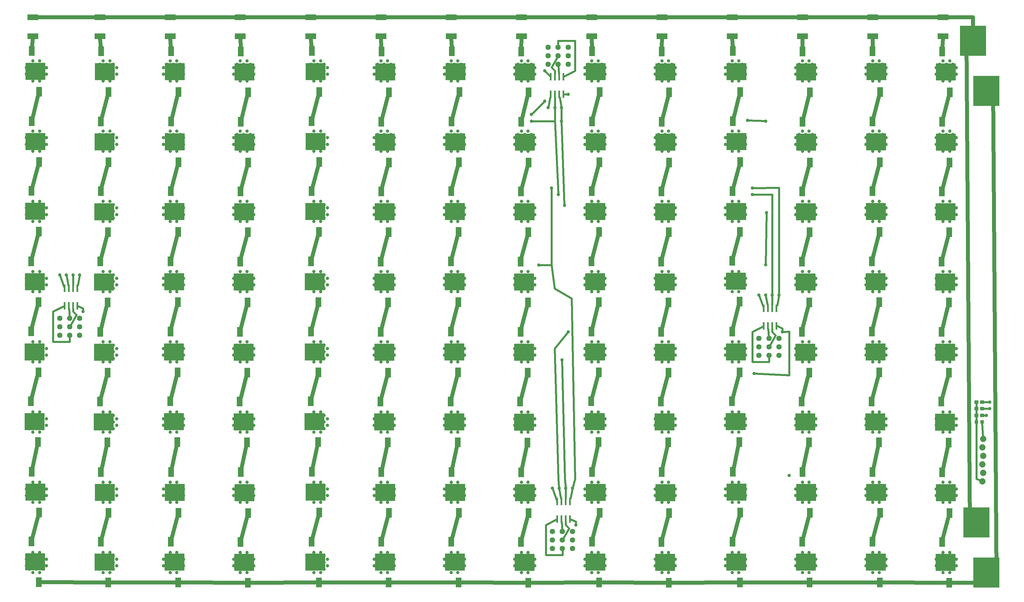
<source format=gtl>
G04 MADE WITH FRITZING*
G04 WWW.FRITZING.ORG*
G04 DOUBLE SIDED*
G04 HOLES PLATED*
G04 CONTOUR ON CENTER OF CONTOUR VECTOR*
%ASAXBY*%
%FSLAX23Y23*%
%MOIN*%
%OFA0B0*%
%SFA1.0B1.0*%
%ADD10C,0.039370*%
%ADD11C,0.063622*%
%ADD12C,0.074000*%
%ADD13R,0.024000X0.087000*%
%ADD14R,0.070866X0.112205*%
%ADD15R,0.236221X0.204725*%
%ADD16R,0.125984X0.070866*%
%ADD17R,0.311023X0.355512*%
%ADD18R,0.047244X0.043307*%
%ADD19R,0.043307X0.039370*%
%ADD20C,0.048000*%
%ADD21C,0.024000*%
%LNCOPPER1*%
G90*
G70*
G54D10*
X7579Y2975D03*
X6673Y1243D03*
X5847Y2069D03*
X5925Y2817D03*
X7658Y5298D03*
X5020Y6203D03*
X6870Y455D03*
X5886Y5416D03*
X7736Y1164D03*
X6043Y1951D03*
X4311Y298D03*
X5138Y2778D03*
X5177Y495D03*
X5965Y4510D03*
X6004Y4550D03*
X4232Y6243D03*
X5020Y1164D03*
X6831Y1912D03*
X5886Y377D03*
X7697Y4589D03*
X6004Y6046D03*
X5256Y6203D03*
X5925Y5219D03*
X4193Y1243D03*
X4351Y5377D03*
X4351Y2069D03*
X7658Y5455D03*
X7618Y4432D03*
X6713Y3762D03*
X7579Y1243D03*
X6004Y258D03*
X5177Y3723D03*
X5020Y4550D03*
X6083Y6125D03*
X5138Y2109D03*
X5177Y1912D03*
X6792Y2778D03*
X5099Y1321D03*
X7500Y1164D03*
X6713Y6085D03*
X6792Y5337D03*
X7579Y3566D03*
X4351Y3644D03*
X4272Y3802D03*
X7540Y377D03*
X5847Y3644D03*
X5965Y6164D03*
X5177Y2975D03*
X6004Y1164D03*
X6792Y4510D03*
X6083Y4471D03*
X4311Y1282D03*
X4272Y6203D03*
X5886Y6085D03*
X6752Y2975D03*
X6870Y6085D03*
X4232Y4589D03*
X7579Y6282D03*
X6673Y416D03*
X7697Y2936D03*
X7540Y3762D03*
X4232Y2936D03*
X5925Y1321D03*
X4429Y416D03*
X7618Y1951D03*
X5020Y337D03*
X7736Y337D03*
X7736Y5377D03*
X5217Y2857D03*
X6752Y5219D03*
X4272Y4628D03*
X6831Y1321D03*
X5886Y1125D03*
X5886Y2030D03*
X7658Y337D03*
X5138Y2936D03*
X4193Y3723D03*
X6673Y6203D03*
X6083Y3644D03*
X4232Y5337D03*
X4272Y1243D03*
X7697Y2030D03*
X6870Y1203D03*
X6792Y2030D03*
X6083Y337D03*
X6043Y6085D03*
X6673Y2896D03*
X4351Y6046D03*
X5099Y2148D03*
X5138Y5337D03*
X4390Y3605D03*
X4232Y2109D03*
X5256Y3723D03*
X5020Y2817D03*
X6752Y258D03*
X5099Y258D03*
X6792Y2109D03*
X5138Y1203D03*
X4232Y1203D03*
X5059Y1203D03*
X7658Y2148D03*
X5925Y3566D03*
X6792Y5416D03*
X5177Y3566D03*
X5059Y6243D03*
X4390Y1282D03*
X4390Y2109D03*
X5217Y5258D03*
X5256Y1164D03*
X5965Y1203D03*
X4429Y2069D03*
X6713Y2857D03*
X5177Y4550D03*
X6752Y1243D03*
X6043Y5416D03*
X6043Y298D03*
X7618Y6243D03*
X6752Y2069D03*
X5177Y2896D03*
X5099Y6046D03*
X7736Y4550D03*
X4272Y4392D03*
X4232Y3684D03*
X5138Y5416D03*
X4351Y2739D03*
X5177Y258D03*
X7658Y5377D03*
X5925Y495D03*
X5059Y4589D03*
X5059Y3762D03*
X5177Y5377D03*
X7540Y5416D03*
X4390Y5416D03*
X7500Y4550D03*
X5020Y5377D03*
X7579Y2817D03*
X7579Y1991D03*
X5965Y1951D03*
X6831Y4392D03*
X6792Y4589D03*
X5020Y3723D03*
X5886Y3762D03*
X5217Y1951D03*
X5886Y298D03*
X5138Y2030D03*
X5020Y6125D03*
X4272Y2817D03*
X5847Y416D03*
X6792Y1125D03*
X7540Y2778D03*
X5138Y6243D03*
X7579Y258D03*
X4429Y5298D03*
X7736Y6203D03*
X7697Y298D03*
X4272Y1085D03*
X7579Y3723D03*
X6043Y2778D03*
X6831Y2975D03*
X7579Y3644D03*
X7618Y3605D03*
X6752Y4392D03*
X6004Y495D03*
X6910Y337D03*
X5847Y1243D03*
X7658Y1085D03*
X6713Y377D03*
X5965Y5337D03*
X7500Y1243D03*
X4351Y1243D03*
X6752Y1991D03*
X6043Y3605D03*
X6043Y2109D03*
X6831Y4471D03*
X6004Y3566D03*
X6752Y495D03*
X4193Y4471D03*
X6713Y2936D03*
X7500Y2069D03*
X6043Y1282D03*
X6792Y298D03*
X7697Y455D03*
X6752Y5377D03*
X6870Y6243D03*
X5138Y3684D03*
X7540Y1282D03*
X7658Y3723D03*
X4390Y2936D03*
X7540Y1125D03*
X7736Y6125D03*
X5177Y6282D03*
X5886Y455D03*
X6004Y6203D03*
X7540Y4432D03*
X7579Y5455D03*
X7579Y4392D03*
X4351Y6282D03*
X6910Y2896D03*
X5217Y4510D03*
X5177Y337D03*
X5925Y3644D03*
X5059Y1282D03*
X7697Y5337D03*
X5847Y6125D03*
X4311Y5416D03*
X4232Y377D03*
X4193Y1164D03*
X7697Y2109D03*
X6004Y6282D03*
X5217Y5337D03*
X4390Y3684D03*
X4272Y1991D03*
X4193Y416D03*
X5217Y6243D03*
X7658Y4550D03*
X5217Y3605D03*
X4429Y1164D03*
X6752Y4628D03*
X7736Y3723D03*
X6752Y1085D03*
X6004Y1321D03*
X6792Y1951D03*
X4390Y1951D03*
X7500Y4471D03*
X4390Y2030D03*
X4193Y2896D03*
X4311Y3684D03*
X6870Y3762D03*
X7540Y3605D03*
X6831Y6125D03*
X4351Y258D03*
X7540Y2030D03*
X4351Y5298D03*
X7579Y5377D03*
X5886Y3605D03*
X6713Y1125D03*
X7500Y6203D03*
X6831Y1243D03*
X6673Y5377D03*
X6870Y1951D03*
X4193Y4550D03*
X7697Y2778D03*
X7540Y2936D03*
X6870Y6164D03*
X4272Y258D03*
X6752Y1912D03*
X5965Y2778D03*
X6792Y4432D03*
X5138Y455D03*
X7579Y2069D03*
X4272Y416D03*
X5059Y5337D03*
X7540Y1951D03*
X6713Y4510D03*
X4390Y6243D03*
X7658Y2817D03*
X5059Y1125D03*
X6831Y2069D03*
X5138Y1951D03*
X5020Y4471D03*
X4429Y5377D03*
X7697Y6164D03*
X5217Y6085D03*
X6910Y5377D03*
X4351Y2148D03*
X7540Y2109D03*
X5217Y1282D03*
X4351Y5455D03*
X5217Y455D03*
X4390Y4510D03*
X6004Y416D03*
X5138Y1282D03*
X6910Y3723D03*
X5020Y3644D03*
X6870Y2109D03*
X6083Y1991D03*
X4311Y1125D03*
X6752Y3802D03*
X7618Y2778D03*
X6713Y3605D03*
X7579Y495D03*
X6713Y2778D03*
X4390Y4432D03*
X4232Y1951D03*
X7500Y1991D03*
X5965Y2109D03*
X5177Y1085D03*
X4429Y6203D03*
X7658Y2069D03*
X7618Y1203D03*
X5886Y3684D03*
X5217Y2778D03*
X4272Y3723D03*
X7697Y4432D03*
X4351Y6203D03*
X7540Y5258D03*
X7658Y1243D03*
X5099Y1243D03*
X4429Y2817D03*
X5177Y416D03*
X7540Y3684D03*
X6083Y1164D03*
X5217Y3684D03*
X7618Y4510D03*
X4351Y1321D03*
X5177Y1243D03*
X7697Y5258D03*
X6870Y4510D03*
X7579Y6125D03*
X7658Y4392D03*
X4272Y2148D03*
X6713Y298D03*
X6831Y3802D03*
X6004Y2739D03*
X6043Y4510D03*
X7579Y2148D03*
X6870Y298D03*
X6043Y3684D03*
X5138Y4510D03*
X5177Y6125D03*
X5177Y6203D03*
X5099Y2896D03*
X6870Y5337D03*
X6004Y1085D03*
X6831Y5455D03*
X4429Y1243D03*
X6910Y416D03*
X7540Y6164D03*
X7736Y416D03*
X7658Y495D03*
X4351Y2817D03*
X6752Y1321D03*
X4193Y5298D03*
X4390Y5337D03*
X7540Y1203D03*
X7697Y6085D03*
X5059Y377D03*
X7500Y2896D03*
X6910Y6125D03*
X6831Y4550D03*
X5965Y6085D03*
X4272Y3566D03*
X5217Y298D03*
X7658Y2896D03*
X7658Y258D03*
X6004Y5298D03*
X6673Y2069D03*
X5925Y1912D03*
X7500Y3644D03*
X6831Y3723D03*
X5886Y4432D03*
X5099Y4392D03*
X7540Y298D03*
X5059Y6085D03*
X4272Y2069D03*
X5886Y2778D03*
X4272Y337D03*
X7658Y3802D03*
X5177Y5219D03*
X7500Y337D03*
X4232Y4510D03*
X6673Y4550D03*
X5847Y1991D03*
X6910Y2817D03*
X6752Y337D03*
X5059Y5258D03*
X5965Y1125D03*
X5217Y4589D03*
X6792Y1203D03*
X6673Y3644D03*
X4390Y5258D03*
X5099Y5298D03*
X7658Y1912D03*
X5099Y4471D03*
X5925Y6203D03*
X6043Y5258D03*
X7736Y4471D03*
X5020Y1991D03*
X4311Y6085D03*
X6004Y6125D03*
X5177Y2739D03*
X5965Y4432D03*
X7658Y1321D03*
X4351Y416D03*
X5256Y5298D03*
X5059Y6164D03*
X6870Y4589D03*
X7540Y6085D03*
X6910Y1243D03*
X5177Y5455D03*
X6004Y4471D03*
X7579Y416D03*
X5256Y2817D03*
X5099Y2069D03*
X6713Y5258D03*
X6713Y1203D03*
X6910Y4550D03*
X7500Y3723D03*
X4351Y3723D03*
X5965Y455D03*
X7697Y6243D03*
X5925Y2975D03*
X4311Y2109D03*
X5217Y2936D03*
X7697Y4510D03*
X5138Y1125D03*
X4390Y2857D03*
X7658Y5219D03*
X5965Y298D03*
X5847Y337D03*
X4232Y6085D03*
X7658Y6282D03*
X5020Y5298D03*
X5925Y5298D03*
X5099Y3802D03*
X5099Y5219D03*
X6870Y377D03*
X5217Y4432D03*
X5099Y6203D03*
X6831Y5377D03*
X5886Y1951D03*
X5099Y2739D03*
X4272Y6282D03*
X4351Y1164D03*
X5256Y3644D03*
X7697Y1125D03*
X7658Y1164D03*
X5099Y4550D03*
X7500Y2817D03*
X5217Y6164D03*
X5965Y3684D03*
X6004Y1991D03*
X4232Y1282D03*
X5099Y4628D03*
X5059Y3605D03*
X5925Y2896D03*
X5886Y2857D03*
X6004Y337D03*
X4429Y337D03*
X6673Y6125D03*
X6870Y1282D03*
X5177Y4628D03*
X4272Y2896D03*
X6673Y3723D03*
X5256Y5377D03*
X7618Y4589D03*
X6713Y4432D03*
X4390Y4589D03*
X6673Y2817D03*
X4351Y4392D03*
X6004Y1912D03*
X6752Y2148D03*
X6831Y2739D03*
X5925Y3723D03*
X4193Y2069D03*
X7540Y4510D03*
X6043Y4589D03*
X5965Y5416D03*
X6043Y6243D03*
X5099Y2817D03*
X6043Y377D03*
X5059Y3684D03*
X6831Y6282D03*
X7658Y2739D03*
X7697Y1282D03*
X6831Y2148D03*
X4311Y4589D03*
X5847Y3723D03*
X5059Y298D03*
X4272Y6125D03*
X4311Y4510D03*
X4390Y377D03*
X4193Y6203D03*
X6083Y2069D03*
X7736Y2896D03*
X4272Y495D03*
X4311Y3762D03*
X4193Y3644D03*
X6910Y4471D03*
X4232Y5258D03*
X5099Y5377D03*
X6831Y2896D03*
X6792Y2857D03*
X6083Y1243D03*
X5138Y4589D03*
X5886Y5337D03*
X7618Y2109D03*
X4232Y5416D03*
X5020Y2896D03*
X5059Y2030D03*
X5256Y416D03*
X5099Y495D03*
X6043Y455D03*
X7618Y1125D03*
X5059Y4510D03*
X6752Y3566D03*
X4311Y2936D03*
X7500Y5298D03*
X5256Y1991D03*
X6043Y6164D03*
X5256Y4471D03*
X6831Y258D03*
X4351Y3802D03*
X7736Y1991D03*
X4351Y6125D03*
X5177Y1991D03*
X5177Y1164D03*
X6004Y3802D03*
X5099Y6125D03*
X4272Y2739D03*
X4232Y298D03*
X6870Y1125D03*
X5059Y2778D03*
X5177Y4471D03*
X6752Y6203D03*
X6004Y5455D03*
X5925Y5455D03*
X6910Y6203D03*
X6752Y6125D03*
X7579Y1164D03*
X5965Y5258D03*
X5138Y4432D03*
X6713Y455D03*
X6752Y5455D03*
X4390Y298D03*
X6870Y2030D03*
X5965Y6243D03*
X6792Y3762D03*
X4232Y2778D03*
X6910Y5298D03*
X5886Y4589D03*
X6004Y4392D03*
X5256Y337D03*
X4311Y1951D03*
X7618Y6164D03*
X5847Y4471D03*
X5177Y6046D03*
X6083Y5298D03*
X6870Y5416D03*
X6792Y455D03*
X5138Y2857D03*
X6792Y6085D03*
X4272Y5377D03*
X4232Y3762D03*
X5099Y6282D03*
X7658Y6125D03*
X7579Y4550D03*
X5925Y2148D03*
X5138Y6164D03*
X6083Y5377D03*
X6713Y4589D03*
X5217Y5416D03*
X7658Y4628D03*
X6831Y5298D03*
X5925Y6125D03*
X5217Y2109D03*
X4272Y4471D03*
X6004Y2896D03*
X7658Y6046D03*
X5099Y5455D03*
X4193Y5377D03*
X4311Y2030D03*
X7618Y2030D03*
X7618Y377D03*
X5059Y2936D03*
X5965Y2030D03*
X6831Y1991D03*
X4351Y2975D03*
X4390Y3762D03*
X5059Y2109D03*
X5886Y2936D03*
X7579Y2896D03*
X7579Y5219D03*
X6713Y2030D03*
X6083Y3723D03*
X6752Y3723D03*
X5886Y5258D03*
X6792Y6164D03*
X7618Y2857D03*
X5099Y3566D03*
X7618Y6085D03*
X5886Y6164D03*
X6713Y1951D03*
X5847Y5298D03*
X5847Y4550D03*
X6713Y5337D03*
X5138Y3762D03*
X6004Y4628D03*
X6792Y1282D03*
X4311Y6243D03*
X4311Y3605D03*
X7618Y298D03*
X5925Y2739D03*
X6043Y2857D03*
X4232Y6164D03*
X5925Y1164D03*
X4351Y1085D03*
X5059Y1951D03*
X6043Y5337D03*
X6831Y1164D03*
X4311Y6164D03*
X6752Y2739D03*
X6752Y6282D03*
X6043Y1125D03*
X7736Y2069D03*
X4232Y4432D03*
X5925Y1085D03*
X5099Y2975D03*
X7736Y3644D03*
X6792Y2936D03*
X6043Y1203D03*
X4351Y3566D03*
X5138Y6085D03*
X7658Y416D03*
X6004Y2148D03*
X4272Y6046D03*
X6713Y3684D03*
X4390Y6085D03*
X5925Y258D03*
X5059Y455D03*
X7540Y6243D03*
X7579Y337D03*
X6870Y2936D03*
X6910Y1164D03*
X4429Y6125D03*
X5138Y5258D03*
X4272Y1912D03*
X5177Y2069D03*
X4311Y5258D03*
X7618Y2936D03*
X4311Y4432D03*
X4429Y1991D03*
X7697Y3762D03*
X5847Y5377D03*
X6004Y2069D03*
X5177Y3802D03*
X6004Y3644D03*
X7579Y1085D03*
X7658Y1991D03*
X4193Y6125D03*
X7697Y2857D03*
X6910Y3644D03*
X6831Y495D03*
X5965Y2857D03*
X6752Y6046D03*
X4311Y5337D03*
X5886Y2109D03*
X6713Y6164D03*
X6831Y1085D03*
X6713Y6243D03*
X7579Y1321D03*
X6752Y2896D03*
X6792Y377D03*
X7736Y2817D03*
X6713Y5416D03*
X7697Y3605D03*
X7618Y5258D03*
X5925Y416D03*
X5886Y4510D03*
X5217Y2030D03*
X4311Y377D03*
X7697Y377D03*
X7658Y3566D03*
X4193Y1991D03*
X5925Y4471D03*
X6910Y1991D03*
X5925Y4392D03*
X5217Y377D03*
X5256Y2896D03*
X7658Y2975D03*
X6004Y5377D03*
X4232Y1125D03*
X5925Y2069D03*
X6831Y6203D03*
X4351Y4471D03*
X7658Y3644D03*
X4311Y455D03*
X7618Y455D03*
X6870Y4432D03*
X7618Y1282D03*
X5099Y3644D03*
X5925Y6046D03*
X6752Y4471D03*
X5847Y1164D03*
X5138Y377D03*
X4351Y2896D03*
X5847Y2896D03*
X5217Y1125D03*
X7736Y5298D03*
X5925Y5377D03*
X6673Y1164D03*
X7736Y1243D03*
X4272Y5298D03*
X5020Y2069D03*
X5925Y3802D03*
X6004Y2817D03*
X6004Y5219D03*
X5925Y4628D03*
X5965Y2936D03*
X7579Y4471D03*
X6831Y3566D03*
X7618Y3762D03*
X7579Y2739D03*
X6083Y2896D03*
X7579Y4628D03*
X5059Y2857D03*
X5965Y3762D03*
X5886Y1282D03*
X6870Y2857D03*
X5965Y377D03*
X5177Y3644D03*
X4429Y4471D03*
X5099Y1912D03*
X6831Y2817D03*
X6910Y2069D03*
X7579Y6046D03*
X5020Y1243D03*
X4429Y3723D03*
X7540Y455D03*
X5965Y4589D03*
X6752Y1164D03*
X6752Y416D03*
X7658Y4471D03*
X5177Y5298D03*
X7540Y5337D03*
X4390Y2778D03*
X7579Y1912D03*
X7697Y3684D03*
X5217Y3762D03*
X4311Y2778D03*
X5256Y2069D03*
X5925Y1991D03*
X6004Y1243D03*
X4351Y1912D03*
X5099Y3723D03*
X7697Y1951D03*
X6831Y6046D03*
X5256Y6125D03*
X6870Y2778D03*
X4311Y2857D03*
X6831Y416D03*
X6083Y416D03*
X6043Y2030D03*
X6752Y3644D03*
X7579Y6203D03*
X4272Y1164D03*
X6831Y4628D03*
X5256Y1243D03*
X5099Y1991D03*
X5847Y2817D03*
X6043Y4432D03*
X5177Y1321D03*
X6083Y4550D03*
X4429Y4550D03*
X6673Y5298D03*
X4351Y495D03*
X4193Y2817D03*
X6673Y4471D03*
X5177Y2148D03*
X5099Y1164D03*
X4232Y3605D03*
X4311Y1203D03*
X5177Y2817D03*
X5138Y298D03*
X5059Y5416D03*
X4390Y455D03*
X5099Y416D03*
X6673Y1991D03*
X5177Y4392D03*
X5099Y337D03*
X4351Y4550D03*
X6083Y6203D03*
X4351Y5219D03*
X7540Y4589D03*
X7500Y5377D03*
X4232Y2857D03*
X6831Y5219D03*
X5925Y4550D03*
X6792Y5258D03*
X5217Y1203D03*
X4193Y337D03*
X6752Y4550D03*
X7540Y2857D03*
X7618Y5416D03*
X5925Y337D03*
X4272Y4550D03*
X4232Y455D03*
X5256Y4550D03*
X4272Y2975D03*
X6792Y3605D03*
X6752Y2817D03*
X5886Y6243D03*
X4272Y3644D03*
X7579Y5298D03*
X4272Y5455D03*
X5020Y416D03*
X6713Y1282D03*
X4390Y1125D03*
X5965Y3605D03*
X6792Y6243D03*
X4390Y6164D03*
X7697Y5416D03*
X6752Y5298D03*
X6004Y2975D03*
X7579Y3802D03*
X4429Y3644D03*
X6870Y5258D03*
X7500Y416D03*
X5965Y1282D03*
X6043Y2936D03*
X5925Y1243D03*
X5138Y3605D03*
X6004Y3723D03*
X5099Y1085D03*
X6870Y3605D03*
X4351Y1991D03*
X6792Y3684D03*
X5886Y1203D03*
X6043Y3762D03*
X4351Y337D03*
X7618Y5337D03*
X7658Y6203D03*
X6083Y2817D03*
X6831Y3644D03*
X7618Y3684D03*
X6870Y3684D03*
X7500Y6125D03*
X6673Y337D03*
X4351Y4628D03*
X5847Y6203D03*
X4272Y1321D03*
X6713Y2109D03*
X4272Y5219D03*
X6831Y337D03*
X5925Y6282D03*
X4429Y2896D03*
X4232Y2030D03*
X4390Y1203D03*
X5059Y4432D03*
X7697Y1203D03*
X8327Y6203D03*
X10138Y416D03*
X8366Y2857D03*
X9311Y5377D03*
X9981Y337D03*
X9311Y258D03*
X11004Y5258D03*
X11004Y3762D03*
X10965Y3802D03*
X10020Y3762D03*
X9311Y2148D03*
X11043Y1243D03*
X9390Y2817D03*
X10965Y1321D03*
X10807Y6203D03*
X10807Y1164D03*
X8563Y416D03*
X10217Y4550D03*
X8484Y337D03*
X10020Y298D03*
X10020Y377D03*
X8366Y4589D03*
X9272Y2030D03*
X8445Y1951D03*
X8366Y6164D03*
X10965Y6046D03*
X9193Y1203D03*
X10886Y2739D03*
X10807Y1991D03*
X8366Y3605D03*
X9981Y1164D03*
X9311Y2975D03*
X9272Y6164D03*
X10965Y2739D03*
X10020Y2109D03*
X8563Y4471D03*
X10886Y1085D03*
X9351Y6085D03*
X10847Y2857D03*
X8406Y6046D03*
X9232Y1164D03*
X10020Y6164D03*
X8484Y6046D03*
X11043Y1164D03*
X10059Y5219D03*
X10177Y455D03*
X8524Y6085D03*
X9311Y2896D03*
X10099Y2936D03*
X10177Y1951D03*
X8484Y3566D03*
X9193Y3605D03*
X10059Y1243D03*
X10925Y4510D03*
X9351Y455D03*
X8327Y2896D03*
X10059Y5377D03*
X10886Y337D03*
X8366Y4432D03*
X9193Y2857D03*
X10020Y5258D03*
X8445Y4432D03*
X9232Y5455D03*
X11004Y377D03*
X9154Y2069D03*
X10177Y2109D03*
X8366Y5258D03*
X9311Y1912D03*
X10177Y4510D03*
X11004Y5337D03*
X11004Y1951D03*
X10177Y1282D03*
X10099Y5337D03*
X8366Y377D03*
X10925Y6164D03*
X9351Y2936D03*
X9154Y416D03*
X8406Y3566D03*
X9311Y1991D03*
X11004Y5416D03*
X9390Y5298D03*
X10138Y1243D03*
X10847Y3762D03*
X10177Y6164D03*
X10059Y2148D03*
X11004Y1282D03*
X8484Y6203D03*
X10925Y2857D03*
X10099Y4589D03*
X9981Y3644D03*
X9311Y6046D03*
X9272Y4432D03*
X10138Y5455D03*
X9311Y6125D03*
X10965Y258D03*
X8445Y377D03*
X10217Y6125D03*
X9311Y3566D03*
X9232Y6125D03*
X8524Y3762D03*
X9390Y5377D03*
X9232Y4550D03*
X8484Y2148D03*
X9311Y337D03*
X9351Y2030D03*
X8327Y4471D03*
X10965Y5298D03*
X9390Y1164D03*
X11043Y416D03*
X9351Y4432D03*
X9311Y495D03*
X9272Y4589D03*
X10099Y1282D03*
X8406Y337D03*
X10847Y1282D03*
X8406Y6282D03*
X9193Y1951D03*
X10886Y4628D03*
X10217Y1164D03*
X8445Y6243D03*
X11004Y1203D03*
X8563Y2817D03*
X9154Y1164D03*
X10965Y4392D03*
X10138Y2817D03*
X10020Y2778D03*
X10138Y4629D03*
X8524Y1203D03*
X9272Y1203D03*
X9351Y1951D03*
X8445Y4589D03*
X10020Y1951D03*
X8406Y1991D03*
X8445Y5258D03*
X8406Y2817D03*
X9981Y1991D03*
X9311Y2739D03*
X10059Y4629D03*
X8445Y1203D03*
X8445Y2778D03*
X10059Y258D03*
X8445Y3684D03*
X10965Y3723D03*
X8406Y5455D03*
X8484Y2069D03*
X9193Y5337D03*
X10177Y1203D03*
X9232Y1991D03*
X10059Y2975D03*
X10965Y2896D03*
X8524Y298D03*
X10138Y1164D03*
X9272Y2857D03*
X10886Y6125D03*
X10217Y5377D03*
X9232Y3723D03*
X10020Y4589D03*
X8563Y2896D03*
X10925Y1951D03*
X10886Y416D03*
X10059Y4471D03*
X9311Y6203D03*
X11004Y4510D03*
X8484Y3802D03*
X10965Y6125D03*
X10099Y6085D03*
X8327Y3723D03*
X9311Y4550D03*
X9272Y3605D03*
X9232Y4628D03*
X9232Y3566D03*
X9351Y5337D03*
X10807Y3723D03*
X9232Y4392D03*
X10138Y2975D03*
X10059Y2739D03*
X9193Y2778D03*
X8406Y3723D03*
X9154Y5377D03*
X10020Y2936D03*
X9154Y3723D03*
X10217Y2817D03*
X8524Y2030D03*
X8524Y1125D03*
X10138Y1912D03*
X10138Y1085D03*
X10886Y2896D03*
X9311Y1243D03*
X8366Y1951D03*
X10059Y2069D03*
X8406Y1321D03*
X9311Y5219D03*
X10886Y5298D03*
X9351Y1282D03*
X9981Y416D03*
X8524Y377D03*
X8366Y1125D03*
X8366Y3684D03*
X9351Y5258D03*
X8484Y1912D03*
X10020Y5416D03*
X9351Y2778D03*
X10886Y3566D03*
X9351Y298D03*
X10138Y2148D03*
X8524Y6164D03*
X8445Y1282D03*
X8524Y1951D03*
X10099Y5258D03*
X10020Y4432D03*
X8406Y5219D03*
X11004Y6243D03*
X10217Y6203D03*
X10177Y4432D03*
X10138Y3802D03*
X9981Y2896D03*
X10807Y2817D03*
X10059Y1321D03*
X10965Y3644D03*
X10886Y6282D03*
X8406Y258D03*
X10020Y1203D03*
X8524Y2778D03*
X9154Y1991D03*
X11004Y2778D03*
X9232Y1912D03*
X10925Y5258D03*
X9390Y6203D03*
X10099Y1203D03*
X10059Y1164D03*
X10020Y2030D03*
X10886Y3723D03*
X10807Y2896D03*
X10886Y1991D03*
X9272Y1125D03*
X8484Y5298D03*
X8484Y416D03*
X9311Y2817D03*
X10925Y2109D03*
X9232Y5298D03*
X10925Y5416D03*
X9390Y2069D03*
X10059Y337D03*
X8524Y5416D03*
X8563Y5377D03*
X10138Y4471D03*
X9981Y4471D03*
X10177Y377D03*
X9981Y4550D03*
X11004Y6085D03*
X9272Y6085D03*
X9272Y5337D03*
X10138Y3723D03*
X9390Y1243D03*
X10925Y4589D03*
X8524Y3684D03*
X10807Y337D03*
X10847Y1125D03*
X9272Y1951D03*
X9272Y2936D03*
X8366Y455D03*
X8563Y337D03*
X10217Y3723D03*
X9193Y298D03*
X10020Y6085D03*
X9232Y2817D03*
X8366Y1203D03*
X10965Y416D03*
X10177Y2857D03*
X9390Y3723D03*
X10807Y5298D03*
X9272Y6243D03*
X9981Y5298D03*
X9272Y2778D03*
X10847Y4589D03*
X8406Y6203D03*
X9232Y2975D03*
X10059Y4392D03*
X9390Y416D03*
X8484Y3644D03*
X11043Y5377D03*
X10138Y5219D03*
X9981Y5377D03*
X10099Y2109D03*
X10925Y4432D03*
X9193Y5258D03*
X10059Y6046D03*
X10886Y5377D03*
X10847Y1203D03*
X9311Y4392D03*
X8327Y5377D03*
X9154Y1243D03*
X8484Y5377D03*
X10925Y298D03*
X10847Y6243D03*
X11043Y3723D03*
X10925Y3605D03*
X10059Y1991D03*
X11004Y298D03*
X10059Y5455D03*
X8445Y2857D03*
X10925Y455D03*
X9154Y4471D03*
X10847Y2936D03*
X9351Y2109D03*
X8445Y5416D03*
X10099Y298D03*
X10965Y5219D03*
X8366Y1282D03*
X8524Y2936D03*
X11043Y2896D03*
X10965Y337D03*
X10099Y3684D03*
X10138Y6282D03*
X10965Y2148D03*
X8406Y4392D03*
X9193Y3684D03*
X10217Y3644D03*
X10965Y2975D03*
X10177Y6243D03*
X10886Y2975D03*
X10138Y2896D03*
X9193Y4589D03*
X8366Y2030D03*
X10965Y1243D03*
X8406Y2975D03*
X9981Y2817D03*
X10099Y2030D03*
X8406Y416D03*
X10886Y1912D03*
X10847Y5258D03*
X10177Y4589D03*
X9311Y1321D03*
X10886Y1243D03*
X8327Y4550D03*
X10177Y5337D03*
X9390Y6125D03*
X10965Y495D03*
X9154Y5298D03*
X10177Y6085D03*
X10059Y4550D03*
X9311Y2069D03*
X8445Y3605D03*
X10886Y1164D03*
X9272Y298D03*
X10020Y1282D03*
X9232Y1243D03*
X9232Y258D03*
X8524Y5258D03*
X9351Y3684D03*
X10059Y3802D03*
X8484Y1243D03*
X9232Y5377D03*
X8406Y5377D03*
X10099Y377D03*
X10138Y4392D03*
X9193Y455D03*
X8327Y416D03*
X10886Y495D03*
X10177Y2778D03*
X10059Y2817D03*
X9232Y495D03*
X10059Y416D03*
X8524Y5337D03*
X9390Y2896D03*
X9311Y1164D03*
X10177Y5416D03*
X10807Y4550D03*
X10138Y337D03*
X11043Y2817D03*
X9981Y6125D03*
X10138Y495D03*
X9390Y3644D03*
X9351Y6164D03*
X10138Y1991D03*
X8406Y3644D03*
X11004Y3605D03*
X10965Y1164D03*
X8484Y6282D03*
X11043Y1991D03*
X8524Y4510D03*
X9351Y3605D03*
X11004Y4432D03*
X10020Y3605D03*
X10925Y1282D03*
X8406Y4628D03*
X10847Y3605D03*
X11004Y3684D03*
X9311Y5298D03*
X8524Y6243D03*
X8327Y2817D03*
X10886Y5455D03*
X10138Y4550D03*
X9193Y1125D03*
X10099Y1951D03*
X10965Y2817D03*
X10059Y1912D03*
X9272Y377D03*
X10886Y2069D03*
X8327Y2069D03*
X10059Y3723D03*
X8484Y495D03*
X10177Y298D03*
X10925Y6085D03*
X9154Y337D03*
X10886Y258D03*
X9272Y455D03*
X8406Y1243D03*
X8366Y2936D03*
X10099Y6243D03*
X10847Y3684D03*
X9351Y1203D03*
X9232Y2069D03*
X10059Y6203D03*
X9390Y4550D03*
X8445Y5337D03*
X10177Y5258D03*
X10965Y4628D03*
X10886Y2148D03*
X8366Y6243D03*
X9232Y337D03*
X10965Y5377D03*
X10807Y1243D03*
X10099Y455D03*
X10925Y5337D03*
X8484Y258D03*
X8524Y2109D03*
X11004Y1125D03*
X9351Y4510D03*
X8406Y2069D03*
X8484Y4628D03*
X11004Y2030D03*
X10020Y3684D03*
X10807Y6125D03*
X8445Y4510D03*
X10847Y5416D03*
X9272Y5416D03*
X9193Y6085D03*
X9351Y2857D03*
X10886Y1321D03*
X8327Y1991D03*
X10807Y416D03*
X9193Y2109D03*
X10886Y2817D03*
X8327Y1164D03*
X8445Y455D03*
X10847Y455D03*
X8484Y5455D03*
X10138Y3644D03*
X8445Y6164D03*
X10138Y3566D03*
X10965Y6282D03*
X10886Y4392D03*
X8484Y1321D03*
X10020Y2857D03*
X8366Y2778D03*
X9193Y4432D03*
X9311Y3802D03*
X8524Y2857D03*
X10177Y3684D03*
X9154Y6125D03*
X10177Y2936D03*
X9232Y2739D03*
X9981Y6203D03*
X10217Y2896D03*
X8484Y1991D03*
X8484Y2896D03*
X10847Y4510D03*
X8563Y4550D03*
X10807Y5377D03*
X8366Y5337D03*
X10217Y416D03*
X9193Y6164D03*
X10059Y3566D03*
X11004Y2109D03*
X10807Y4471D03*
X8524Y4589D03*
X9311Y4628D03*
X10138Y6203D03*
X10099Y2778D03*
X8406Y2739D03*
X9193Y6243D03*
X8406Y4550D03*
X10807Y2069D03*
X9272Y3762D03*
X10138Y6046D03*
X10886Y3644D03*
X11004Y2936D03*
X8484Y5219D03*
X10020Y455D03*
X10965Y1991D03*
X10099Y2857D03*
X10807Y3644D03*
X9351Y1125D03*
X8445Y3762D03*
X8445Y2109D03*
X8484Y4471D03*
X9311Y1085D03*
X9232Y6282D03*
X10925Y3762D03*
X8484Y1164D03*
X10886Y3802D03*
X9311Y3723D03*
X10965Y4471D03*
X8563Y3723D03*
X10847Y6164D03*
X8366Y6085D03*
X9193Y377D03*
X9232Y5219D03*
X9311Y3644D03*
X9390Y1991D03*
X10217Y337D03*
X11043Y337D03*
X10847Y2030D03*
X8445Y6085D03*
X10138Y258D03*
X10886Y4550D03*
X9193Y3762D03*
X8445Y1125D03*
X10138Y2739D03*
X8484Y2975D03*
X10099Y4432D03*
X10965Y1085D03*
X9232Y416D03*
X10059Y5298D03*
X10886Y4471D03*
X11043Y5298D03*
X8563Y6203D03*
X11043Y4471D03*
X10138Y2069D03*
X8406Y1912D03*
X10847Y4432D03*
X10847Y1951D03*
X9981Y2069D03*
X8484Y2817D03*
X10965Y1912D03*
X9193Y1282D03*
X10059Y6125D03*
X9232Y1321D03*
X10965Y3566D03*
X9193Y2030D03*
X9193Y4510D03*
X10925Y2030D03*
X9232Y4471D03*
X9311Y6282D03*
X8406Y1085D03*
X9232Y3802D03*
X11043Y4550D03*
X10925Y377D03*
X8406Y3802D03*
X9351Y3762D03*
X10886Y6203D03*
X10020Y4510D03*
X10099Y3605D03*
X8563Y1164D03*
X9232Y6203D03*
X11004Y4589D03*
X10059Y6282D03*
X10138Y1321D03*
X10925Y3684D03*
X10965Y2069D03*
X10099Y3762D03*
X8406Y1164D03*
X9311Y5455D03*
X8445Y2030D03*
X8406Y2896D03*
X11043Y6203D03*
X9981Y3723D03*
X8366Y2109D03*
X9272Y2109D03*
X8327Y1243D03*
X8366Y298D03*
X11043Y3644D03*
X8484Y4550D03*
X8563Y2069D03*
X9272Y5258D03*
X11004Y2857D03*
X8563Y1243D03*
X10217Y1991D03*
X8445Y298D03*
X8484Y2739D03*
X9232Y2896D03*
X10020Y5337D03*
X10847Y6085D03*
X9390Y337D03*
X10886Y6046D03*
X10925Y2936D03*
X10217Y2069D03*
X8484Y4392D03*
X10925Y2778D03*
X8445Y2936D03*
X8366Y4510D03*
X8366Y5416D03*
X10925Y1203D03*
X9193Y2936D03*
X10965Y6203D03*
X10965Y4550D03*
X10847Y377D03*
X9351Y5416D03*
X8406Y2148D03*
X10099Y6164D03*
X10847Y2778D03*
X10138Y6125D03*
X8524Y455D03*
X9154Y2896D03*
X8327Y3644D03*
X11043Y2069D03*
X8327Y337D03*
X9232Y2148D03*
X10099Y4510D03*
X11004Y455D03*
X8563Y6125D03*
X10059Y1085D03*
X10217Y1243D03*
X8366Y3762D03*
X10020Y6243D03*
X9154Y4550D03*
X8406Y5298D03*
X10217Y5298D03*
X10847Y2109D03*
X8524Y1282D03*
X9351Y6243D03*
X10020Y1125D03*
X9232Y1085D03*
X8406Y4471D03*
X10059Y3644D03*
X8563Y1991D03*
X8524Y4432D03*
X10177Y2030D03*
X8327Y6125D03*
X10099Y1125D03*
X11043Y6125D03*
X10886Y5219D03*
X8406Y6125D03*
X10965Y5455D03*
X10099Y5416D03*
X10847Y298D03*
X8327Y5298D03*
X9154Y3644D03*
X10059Y2896D03*
X9311Y416D03*
X10177Y3605D03*
X8484Y1085D03*
X8563Y5298D03*
X10138Y5298D03*
X10177Y3762D03*
X9272Y4510D03*
X9272Y1282D03*
X9351Y4589D03*
X9351Y377D03*
X9232Y3644D03*
X11004Y6164D03*
X10059Y495D03*
X9154Y2817D03*
X10925Y6243D03*
X9272Y3684D03*
X9311Y4471D03*
X8406Y495D03*
X8563Y3644D03*
X10925Y1125D03*
X8484Y3723D03*
X9390Y4471D03*
X10177Y1125D03*
X8524Y3605D03*
X10847Y5337D03*
X10138Y5377D03*
X8484Y6125D03*
X10217Y4471D03*
X9981Y1243D03*
X9193Y5416D03*
X9232Y6046D03*
X9154Y6203D03*
X3524Y298D03*
X3524Y5337D03*
X3484Y3802D03*
X3563Y3566D03*
X3603Y2936D03*
X3642Y1164D03*
X3563Y4471D03*
X3563Y1164D03*
X3445Y5337D03*
X3484Y258D03*
X3406Y5377D03*
X3524Y6164D03*
X3484Y3644D03*
X3603Y298D03*
X3484Y1991D03*
X3603Y3762D03*
X3642Y2069D03*
X3406Y337D03*
X3563Y2739D03*
X3642Y337D03*
X3484Y3723D03*
X3445Y3762D03*
X3563Y3802D03*
X3484Y2739D03*
X3642Y6203D03*
X3484Y2817D03*
X3642Y1243D03*
X3445Y2778D03*
X3445Y4510D03*
X3642Y3723D03*
X3563Y6282D03*
X3524Y455D03*
X3642Y4471D03*
X3524Y2936D03*
X3603Y2857D03*
X3406Y2817D03*
X3524Y3762D03*
X3563Y495D03*
X3484Y4550D03*
X3603Y5337D03*
X3445Y1951D03*
X3603Y3684D03*
X3563Y2975D03*
X3524Y1282D03*
X3406Y6203D03*
X3563Y4628D03*
X3563Y4392D03*
X3563Y3644D03*
X3524Y4510D03*
X3484Y4628D03*
X3642Y2817D03*
X3563Y2069D03*
X3406Y2896D03*
X3484Y2975D03*
X3445Y2857D03*
X3642Y5377D03*
X3563Y258D03*
X3524Y6085D03*
X3406Y2069D03*
X3445Y1203D03*
X3603Y455D03*
X3603Y3605D03*
X3524Y2030D03*
X3406Y3723D03*
X3484Y3566D03*
X3524Y4432D03*
X3603Y4510D03*
X3524Y5258D03*
X3445Y2109D03*
X3524Y5416D03*
X3524Y377D03*
X3563Y1085D03*
X3563Y5455D03*
X3445Y1125D03*
X3642Y1991D03*
X3603Y2109D03*
X3524Y2857D03*
X3603Y6164D03*
X3524Y2109D03*
X3406Y4550D03*
X3484Y1085D03*
X3406Y5298D03*
X3445Y6243D03*
X3603Y1282D03*
X3524Y1125D03*
X3563Y2896D03*
X3484Y1164D03*
X3406Y416D03*
X3484Y4392D03*
X3406Y1243D03*
X3642Y416D03*
X3563Y1243D03*
X3563Y1991D03*
X3603Y5416D03*
X3406Y4471D03*
X3406Y6125D03*
X3445Y1282D03*
X3406Y1991D03*
X3563Y1321D03*
X3445Y6164D03*
X3484Y416D03*
X3603Y377D03*
X3563Y5298D03*
X3524Y4589D03*
X3406Y3644D03*
X3563Y6125D03*
X3445Y3684D03*
X3484Y6203D03*
X3445Y3605D03*
X3563Y416D03*
X3642Y3644D03*
X3445Y377D03*
X3642Y4550D03*
X3603Y5258D03*
X3603Y4589D03*
X3484Y1912D03*
X3445Y298D03*
X3642Y2896D03*
X3563Y2817D03*
X3603Y6085D03*
X3484Y1321D03*
X3445Y4589D03*
X3484Y5298D03*
X3603Y4432D03*
X3603Y1203D03*
X3484Y6125D03*
X3642Y6125D03*
X3445Y4432D03*
X3484Y6282D03*
X3603Y6243D03*
X3563Y2148D03*
X3524Y3605D03*
X3484Y1243D03*
X3484Y337D03*
X3445Y2030D03*
X3563Y3723D03*
X3563Y5377D03*
X3524Y6243D03*
X3484Y495D03*
X3484Y4471D03*
X3603Y1951D03*
X3524Y1951D03*
X3563Y6046D03*
X3563Y1912D03*
X3524Y1203D03*
X3484Y2069D03*
X3524Y3684D03*
X3603Y2778D03*
X3484Y5377D03*
X3445Y5416D03*
X3524Y2778D03*
X3406Y1164D03*
X3563Y6203D03*
X3603Y2030D03*
X3603Y1125D03*
X3563Y4550D03*
X3445Y6085D03*
X3563Y5219D03*
X3484Y2896D03*
X3445Y455D03*
X3563Y337D03*
X3484Y6046D03*
X3484Y5219D03*
X3484Y5455D03*
X3445Y2936D03*
X3445Y5258D03*
X3642Y5298D03*
X3484Y2148D03*
X2658Y298D03*
X2658Y5337D03*
X2618Y3802D03*
X2697Y3566D03*
X2736Y2936D03*
X2776Y1164D03*
X2697Y4471D03*
X2697Y1164D03*
X2579Y5337D03*
X2618Y258D03*
X2540Y5377D03*
X2658Y6164D03*
X2618Y3644D03*
X2736Y298D03*
X2618Y1991D03*
X2736Y3762D03*
X2776Y2069D03*
X2540Y337D03*
X2697Y2739D03*
X2776Y337D03*
X2618Y3723D03*
X2579Y3762D03*
X2697Y3802D03*
X2618Y2739D03*
X2776Y6203D03*
X2618Y2817D03*
X2776Y1243D03*
X2579Y2778D03*
X2579Y4510D03*
X2776Y3723D03*
X2697Y6282D03*
X2658Y455D03*
X2776Y4471D03*
X2658Y2936D03*
X2736Y2857D03*
X2540Y2817D03*
X2658Y3762D03*
X2697Y495D03*
X2618Y4550D03*
X2736Y5337D03*
X2579Y1951D03*
X2736Y3684D03*
X2697Y2975D03*
X2658Y1282D03*
X2540Y6203D03*
X2697Y4628D03*
X2697Y4392D03*
X2697Y3644D03*
X2658Y4510D03*
X2618Y4628D03*
X2776Y2817D03*
X2697Y2069D03*
X2540Y2896D03*
X2618Y2975D03*
X2579Y2857D03*
X2776Y5377D03*
X2697Y258D03*
X2658Y6085D03*
X2540Y2069D03*
X2579Y1203D03*
X2736Y455D03*
X2736Y3605D03*
X2658Y2030D03*
X2540Y3723D03*
X2618Y3566D03*
X2658Y4432D03*
X2736Y4510D03*
X2658Y5258D03*
X2579Y2109D03*
X2658Y5416D03*
X2658Y377D03*
X2697Y1085D03*
X2697Y5455D03*
X2579Y1125D03*
X2776Y1991D03*
X2736Y2109D03*
X2658Y2857D03*
X2736Y6164D03*
X2658Y2109D03*
X2540Y4550D03*
X2618Y1085D03*
X2540Y5298D03*
X2579Y6243D03*
X2736Y1282D03*
X2658Y1125D03*
X2697Y2896D03*
X2618Y1164D03*
X2540Y416D03*
X2618Y4392D03*
X2540Y1243D03*
X2776Y416D03*
X2697Y1243D03*
X2697Y1991D03*
X2736Y5416D03*
X2540Y4471D03*
X2540Y6125D03*
X2579Y1282D03*
X2540Y1991D03*
X2697Y1321D03*
X2579Y6164D03*
X2618Y416D03*
X2736Y377D03*
X2697Y5298D03*
X2658Y4589D03*
X2540Y3644D03*
X2697Y6125D03*
X2579Y3684D03*
X2618Y6203D03*
X2579Y3605D03*
X2697Y416D03*
X2776Y3644D03*
X2579Y377D03*
X2776Y4550D03*
X2736Y5258D03*
X2736Y4589D03*
X2618Y1912D03*
X2579Y298D03*
X2776Y2896D03*
X2697Y2817D03*
X2736Y6085D03*
X2618Y1321D03*
X2579Y4589D03*
X2618Y5298D03*
X2736Y4432D03*
X2736Y1203D03*
X2618Y6125D03*
X2776Y6125D03*
X2579Y4432D03*
X2618Y6282D03*
X2736Y6243D03*
X2697Y2148D03*
X2658Y3605D03*
X2618Y1243D03*
X2618Y337D03*
X2579Y2030D03*
X2697Y3723D03*
X2697Y5377D03*
X2658Y6243D03*
X2618Y495D03*
X2618Y4471D03*
X2736Y1951D03*
X2658Y1951D03*
X2697Y6046D03*
X2697Y1912D03*
X2658Y1203D03*
X2618Y2069D03*
X2658Y3684D03*
X2736Y2778D03*
X2618Y5377D03*
X2579Y5416D03*
X2658Y2778D03*
X2540Y1164D03*
X2697Y6203D03*
X2736Y2030D03*
X2736Y1125D03*
X2697Y4550D03*
X2579Y6085D03*
X2697Y5219D03*
X2618Y2896D03*
X2579Y455D03*
X2697Y337D03*
X2618Y6046D03*
X2618Y5219D03*
X2618Y5455D03*
X2579Y2936D03*
X2579Y5258D03*
X2776Y5298D03*
X2618Y2148D03*
X1831Y298D03*
X1831Y5337D03*
X1792Y3802D03*
X1870Y3566D03*
X1910Y2936D03*
X1949Y1164D03*
X1870Y4471D03*
X1870Y1164D03*
X1752Y5337D03*
X1792Y258D03*
X1713Y5377D03*
X1831Y6164D03*
X1792Y3644D03*
X1910Y298D03*
X1792Y1991D03*
X1910Y3762D03*
X1949Y2069D03*
X1713Y337D03*
X1870Y2739D03*
X1949Y337D03*
X1792Y3723D03*
X1752Y3762D03*
X1870Y3802D03*
X1792Y2739D03*
X1949Y6203D03*
X1792Y2817D03*
X1949Y1243D03*
X1752Y2778D03*
X1752Y4510D03*
X1949Y3723D03*
X1870Y6282D03*
X1831Y455D03*
X1949Y4471D03*
X1831Y2936D03*
X1910Y2857D03*
X1713Y2817D03*
X1831Y3762D03*
X1870Y495D03*
X1792Y4550D03*
X1910Y5337D03*
X1752Y1951D03*
X1910Y3684D03*
X1870Y2975D03*
X1831Y1282D03*
X1713Y6203D03*
X1870Y4629D03*
X1870Y4392D03*
X1870Y3644D03*
X1831Y4510D03*
X1792Y4629D03*
X1949Y2817D03*
X1870Y2069D03*
X1713Y2896D03*
X1792Y2975D03*
X1752Y2857D03*
X1949Y5377D03*
X1870Y258D03*
X1831Y6085D03*
X1713Y2069D03*
X1752Y1203D03*
X1910Y455D03*
X1910Y3605D03*
X1831Y2030D03*
X1713Y3723D03*
X1792Y3566D03*
X1831Y4432D03*
X1910Y4510D03*
X1831Y5258D03*
X1752Y2109D03*
X1831Y5416D03*
X1831Y377D03*
X1870Y1085D03*
X1870Y5455D03*
X1752Y1125D03*
X1949Y1991D03*
X1910Y2109D03*
X1831Y2857D03*
X1910Y6164D03*
X1831Y2109D03*
X1713Y4550D03*
X1792Y1085D03*
X1713Y5298D03*
X1752Y6243D03*
X1910Y1282D03*
X1831Y1125D03*
X1870Y2896D03*
X1792Y1164D03*
X1713Y416D03*
X1792Y4392D03*
X1713Y1243D03*
X1949Y416D03*
X1870Y1243D03*
X1870Y1991D03*
X1910Y5416D03*
X1713Y4471D03*
X1713Y6125D03*
X1752Y1282D03*
X1713Y1991D03*
X1870Y1321D03*
X1752Y6164D03*
X1792Y416D03*
X1910Y377D03*
X1870Y5298D03*
X1831Y4589D03*
X1713Y3644D03*
X1870Y6125D03*
X1752Y3684D03*
X1792Y6203D03*
X1752Y3605D03*
X1870Y416D03*
X1949Y3644D03*
X1752Y377D03*
X1949Y4550D03*
X1910Y5258D03*
X1910Y4589D03*
X1792Y1912D03*
X1752Y298D03*
X1949Y2896D03*
X1870Y2817D03*
X1910Y6085D03*
X1792Y1321D03*
X1752Y4589D03*
X1792Y5298D03*
X1910Y4432D03*
X1910Y1203D03*
X1792Y6125D03*
X1949Y6125D03*
X1752Y4432D03*
X1792Y6282D03*
X1910Y6243D03*
X1870Y2148D03*
X1831Y3605D03*
X1792Y1243D03*
X1792Y337D03*
X1752Y2030D03*
X1870Y3723D03*
X1870Y5377D03*
X1831Y6243D03*
X1792Y495D03*
X1792Y4471D03*
X1910Y1951D03*
X1831Y1951D03*
X1870Y6046D03*
X1870Y1912D03*
X1831Y1203D03*
X1792Y2069D03*
X1831Y3684D03*
X1910Y2778D03*
X1792Y5377D03*
X1752Y5416D03*
X1831Y2778D03*
X1713Y1164D03*
X1870Y6203D03*
X1910Y2030D03*
X1910Y1125D03*
X1870Y4550D03*
X1752Y6085D03*
X1870Y5219D03*
X1792Y2896D03*
X1752Y455D03*
X1870Y337D03*
X1792Y6046D03*
X1792Y5219D03*
X1792Y5455D03*
X1752Y2936D03*
X1752Y5258D03*
X1949Y5298D03*
X1792Y2148D03*
X1043Y298D03*
X1043Y5337D03*
X1004Y3802D03*
X1083Y3566D03*
X1122Y2936D03*
X1162Y1164D03*
X1083Y4471D03*
X1083Y1164D03*
X965Y5337D03*
X1004Y258D03*
X925Y5377D03*
X1043Y6164D03*
X1004Y3644D03*
X1122Y298D03*
X1004Y1991D03*
X1122Y3762D03*
X1162Y2069D03*
X925Y337D03*
X1083Y2739D03*
X1162Y337D03*
X1004Y3723D03*
X965Y3762D03*
X1083Y3802D03*
X1004Y2739D03*
X1162Y6203D03*
X1004Y2817D03*
X1162Y1243D03*
X965Y2778D03*
X965Y4510D03*
X1162Y3723D03*
X1083Y6282D03*
X1043Y455D03*
X1162Y4471D03*
X1043Y2936D03*
X1122Y2857D03*
X925Y2817D03*
X1043Y3762D03*
X1083Y495D03*
X1004Y4550D03*
X1122Y5337D03*
X965Y1951D03*
X1122Y3684D03*
X1083Y2975D03*
X1043Y1282D03*
X925Y6203D03*
X1083Y4628D03*
X1083Y4392D03*
X1083Y3644D03*
X1043Y4510D03*
X1004Y4628D03*
X1162Y2817D03*
X1083Y2069D03*
X925Y2896D03*
X1004Y2975D03*
X965Y2857D03*
X1162Y5377D03*
X1083Y258D03*
X1043Y6085D03*
X925Y2069D03*
X965Y1203D03*
X1122Y455D03*
X1122Y3605D03*
X1043Y2030D03*
X925Y3723D03*
X1004Y3566D03*
X1043Y4432D03*
X1122Y4510D03*
X1043Y5258D03*
X965Y2109D03*
X1043Y5416D03*
X1043Y377D03*
X1083Y1085D03*
X1083Y5455D03*
X965Y1125D03*
X1162Y1991D03*
X1122Y2109D03*
X1043Y2857D03*
X1122Y6164D03*
X1043Y2109D03*
X925Y4550D03*
X1004Y1085D03*
X925Y5298D03*
X965Y6243D03*
X1122Y1282D03*
X1043Y1125D03*
X1083Y2896D03*
X1004Y1164D03*
X925Y416D03*
X1004Y4392D03*
X925Y1243D03*
X1162Y416D03*
X1083Y1243D03*
X1083Y1991D03*
X1122Y5416D03*
X925Y4471D03*
X925Y6125D03*
X965Y1282D03*
X925Y1991D03*
X1083Y1321D03*
X965Y6164D03*
X1004Y416D03*
X1122Y377D03*
X1083Y5298D03*
X1043Y4589D03*
X925Y3644D03*
X1083Y6125D03*
X965Y3684D03*
X1004Y6203D03*
X965Y3605D03*
X1083Y416D03*
X1162Y3644D03*
X965Y377D03*
X1162Y4550D03*
X1122Y5258D03*
X1122Y4589D03*
X1004Y1912D03*
X965Y298D03*
X1162Y2896D03*
X1083Y2817D03*
X1122Y6085D03*
X1004Y1321D03*
X965Y4589D03*
X1004Y5298D03*
X1122Y4432D03*
X1122Y1203D03*
X1004Y6125D03*
X1162Y6125D03*
X965Y4432D03*
X1004Y6282D03*
X1122Y6243D03*
X1083Y2148D03*
X1043Y3605D03*
X1004Y1243D03*
X1004Y337D03*
X965Y2030D03*
X1083Y3723D03*
X1083Y5377D03*
X1043Y6243D03*
X1004Y495D03*
X1004Y4471D03*
X1122Y1951D03*
X1043Y1951D03*
X1083Y6046D03*
X1083Y1912D03*
X1043Y1203D03*
X1004Y2069D03*
X1043Y3684D03*
X1122Y2778D03*
X1004Y5377D03*
X965Y5416D03*
X1043Y2778D03*
X925Y1164D03*
X1083Y6203D03*
X1122Y2030D03*
X1122Y1125D03*
X1083Y4550D03*
X965Y6085D03*
X1083Y5219D03*
X1004Y2896D03*
X965Y455D03*
X1083Y337D03*
X1004Y6046D03*
X1004Y5219D03*
X1004Y5455D03*
X965Y2936D03*
X965Y5258D03*
X1162Y5298D03*
X1004Y2148D03*
X177Y1085D03*
X256Y1321D03*
X99Y1243D03*
X256Y337D03*
X177Y337D03*
X217Y1125D03*
X256Y495D03*
X256Y258D03*
X335Y337D03*
X217Y1203D03*
X177Y495D03*
X138Y1203D03*
X217Y1282D03*
X256Y1243D03*
X295Y298D03*
X177Y1243D03*
X335Y1164D03*
X138Y455D03*
X99Y1164D03*
X217Y298D03*
X217Y377D03*
X177Y416D03*
X217Y455D03*
X177Y258D03*
X295Y1203D03*
X256Y416D03*
X99Y416D03*
X335Y416D03*
X138Y377D03*
X295Y1282D03*
X138Y1282D03*
X138Y1125D03*
X177Y1164D03*
X256Y1164D03*
X138Y298D03*
X177Y1321D03*
X295Y377D03*
X335Y1243D03*
X99Y337D03*
X256Y1085D03*
X295Y455D03*
X295Y1125D03*
X177Y2739D03*
X256Y2975D03*
X99Y2896D03*
X256Y1991D03*
X177Y1991D03*
X217Y2778D03*
X256Y2148D03*
X256Y1912D03*
X335Y1991D03*
X217Y2857D03*
X177Y2148D03*
X138Y2857D03*
X217Y2936D03*
X256Y2896D03*
X295Y1951D03*
X177Y2896D03*
X335Y2817D03*
X138Y2109D03*
X99Y2817D03*
X217Y1951D03*
X217Y2030D03*
X177Y2069D03*
X217Y2109D03*
X177Y1912D03*
X295Y2857D03*
X256Y2069D03*
X99Y2069D03*
X335Y2069D03*
X138Y2030D03*
X295Y2936D03*
X138Y2936D03*
X138Y2778D03*
X177Y2817D03*
X256Y2817D03*
X138Y1951D03*
X177Y2975D03*
X295Y2030D03*
X335Y2896D03*
X99Y1991D03*
X256Y2739D03*
X295Y2109D03*
X295Y2778D03*
X99Y3723D03*
X177Y3723D03*
X295Y3605D03*
X177Y3802D03*
X295Y3762D03*
X177Y3644D03*
X217Y3684D03*
X256Y3723D03*
X295Y3684D03*
X256Y3566D03*
X138Y3605D03*
X335Y3644D03*
X138Y3762D03*
X99Y3644D03*
X138Y3684D03*
X256Y3802D03*
X256Y3644D03*
X335Y3723D03*
X217Y3605D03*
X177Y3566D03*
X217Y3762D03*
X99Y4550D03*
X177Y4550D03*
X295Y4432D03*
X177Y4628D03*
X295Y4589D03*
X177Y4471D03*
X217Y4510D03*
X256Y4550D03*
X295Y4510D03*
X256Y4392D03*
X138Y4432D03*
X335Y4471D03*
X138Y4589D03*
X99Y4471D03*
X138Y4510D03*
X256Y4628D03*
X256Y4471D03*
X335Y4550D03*
X217Y4432D03*
X177Y4392D03*
X217Y4589D03*
X295Y5258D03*
X217Y5337D03*
X99Y5377D03*
X177Y5219D03*
X217Y5258D03*
X256Y5219D03*
X256Y5455D03*
X177Y5377D03*
X138Y5337D03*
X256Y5298D03*
X335Y5377D03*
X177Y5298D03*
X295Y5337D03*
X138Y5258D03*
X335Y5298D03*
X99Y5298D03*
X177Y5455D03*
X217Y5416D03*
X295Y5416D03*
X256Y5377D03*
X138Y5416D03*
X256Y6282D03*
X177Y6282D03*
X256Y6046D03*
X177Y6046D03*
X295Y6085D03*
X217Y6085D03*
X138Y6085D03*
X335Y6125D03*
X256Y6125D03*
X295Y6164D03*
X177Y6125D03*
X99Y6125D03*
X217Y6164D03*
X138Y6164D03*
X335Y6203D03*
X99Y6203D03*
X177Y6203D03*
X256Y6203D03*
X138Y6243D03*
X217Y6243D03*
X295Y6243D03*
X8996Y3093D03*
X8957Y3526D03*
X8878Y3526D03*
X8799Y3526D03*
X8721Y3526D03*
G54D11*
X8957Y3014D03*
X8957Y2914D03*
X8957Y2814D03*
X8721Y3014D03*
X8721Y2914D03*
X8721Y2814D03*
X8839Y3014D03*
X8839Y2914D03*
X8839Y2814D03*
G54D10*
X11437Y2188D03*
X11437Y2266D03*
G54D12*
X11349Y1333D03*
X11359Y1433D03*
X11349Y1533D03*
X11359Y1633D03*
X11349Y1733D03*
X11359Y1833D03*
G54D10*
X11398Y2109D03*
G54D11*
X6408Y740D03*
X6408Y640D03*
X6408Y540D03*
X6290Y740D03*
X6290Y640D03*
X6290Y540D03*
X6527Y740D03*
X6527Y640D03*
X6527Y540D03*
G54D10*
X6566Y819D03*
X6290Y1252D03*
X6527Y1252D03*
X6369Y1252D03*
X6448Y1252D03*
G54D11*
X6477Y6243D03*
X6477Y6343D03*
X6477Y6443D03*
X6358Y6243D03*
X6358Y6343D03*
X6358Y6443D03*
X6240Y6243D03*
X6240Y6343D03*
X6240Y6443D03*
G54D10*
X6477Y5888D03*
X6319Y5731D03*
X6240Y5731D03*
X6398Y5731D03*
X6201Y6164D03*
G54D11*
X492Y3251D03*
X492Y3151D03*
X492Y3051D03*
X610Y3251D03*
X610Y3151D03*
X610Y3051D03*
X728Y3251D03*
X728Y3151D03*
X728Y3051D03*
G54D10*
X492Y3763D03*
X728Y3763D03*
X571Y3763D03*
X768Y3330D03*
X8586Y5583D03*
X8642Y4707D03*
X8799Y5573D03*
X6360Y4709D03*
X8663Y2601D03*
X8642Y4786D03*
X8811Y4496D03*
X8800Y3881D03*
X9075Y1402D03*
X6279Y4786D03*
X6477Y3093D03*
X6432Y4582D03*
X6398Y5572D03*
X6131Y3879D03*
X650Y3762D03*
X6043Y5573D03*
X6201Y5808D03*
X6043Y5652D03*
X6402Y2763D03*
G54D13*
X6319Y5888D03*
X6269Y6094D03*
X6369Y6094D03*
X6369Y5888D03*
X6319Y6094D03*
X6419Y5888D03*
X6419Y6094D03*
X6269Y5888D03*
X650Y3605D03*
X700Y3399D03*
X600Y3399D03*
X600Y3605D03*
X650Y3399D03*
X550Y3605D03*
X550Y3399D03*
X700Y3605D03*
X6448Y1094D03*
X6498Y888D03*
X6398Y888D03*
X6398Y1094D03*
X6448Y888D03*
X6348Y1094D03*
X6348Y888D03*
X6498Y1094D03*
X8878Y3369D03*
X8928Y3163D03*
X8828Y3163D03*
X8828Y3369D03*
X8878Y3163D03*
X8778Y3369D03*
X8778Y3163D03*
X8928Y3369D03*
G54D14*
X1057Y3439D03*
X971Y3920D03*
G54D15*
X1014Y3679D03*
G54D14*
X246Y4270D03*
X160Y4750D03*
G54D15*
X203Y4510D03*
G54D14*
X242Y3443D03*
X156Y3923D03*
G54D15*
X199Y3683D03*
G54D14*
X242Y2616D03*
X155Y3097D03*
G54D15*
X198Y2856D03*
G54D14*
X238Y1796D03*
X152Y2276D03*
G54D15*
X195Y2036D03*
G54D14*
X250Y965D03*
X163Y1445D03*
G54D15*
X207Y1205D03*
G54D14*
X247Y144D03*
X160Y624D03*
G54D15*
X204Y384D03*
G54D14*
X1061Y4266D03*
X975Y4747D03*
G54D15*
X1018Y4506D03*
G54D14*
X1057Y2613D03*
X970Y3093D03*
G54D15*
X1013Y2853D03*
G54D14*
X1053Y1792D03*
X967Y2272D03*
G54D15*
X1010Y2032D03*
G54D14*
X1065Y961D03*
X978Y1441D03*
G54D15*
X1022Y1201D03*
G54D14*
X1062Y140D03*
X975Y621D03*
G54D15*
X1019Y381D03*
G54D16*
X965Y6573D03*
X965Y6794D03*
G54D14*
X1890Y5915D03*
X1803Y6396D03*
G54D15*
X1847Y6156D03*
G54D14*
X1889Y5089D03*
X1803Y5569D03*
G54D15*
X1846Y5329D03*
G54D14*
X1886Y4268D03*
X1800Y4748D03*
G54D15*
X1843Y4508D03*
G54D14*
X1882Y3441D03*
X1795Y3921D03*
G54D15*
X1839Y3681D03*
G54D14*
X1881Y2614D03*
X1795Y3095D03*
G54D15*
X1838Y2855D03*
G54D14*
X1878Y1794D03*
X1792Y2274D03*
G54D15*
X1835Y2034D03*
G54D14*
X1890Y963D03*
X1803Y1443D03*
G54D15*
X1846Y1203D03*
G54D14*
X1887Y142D03*
X1800Y623D03*
G54D15*
X1843Y382D03*
G54D14*
X2710Y5912D03*
X2623Y6392D03*
G54D15*
X2666Y6152D03*
G54D14*
X2702Y3437D03*
X2615Y3918D03*
G54D15*
X2658Y3678D03*
G54D14*
X2706Y4265D03*
X2619Y4745D03*
G54D15*
X2663Y4505D03*
G54D14*
X2701Y2611D03*
X2614Y3091D03*
G54D15*
X2658Y2851D03*
G54D14*
X2698Y1790D03*
X2611Y2271D03*
G54D15*
X2655Y2030D03*
G54D14*
X2709Y959D03*
X2623Y1440D03*
G54D15*
X2666Y1199D03*
G54D14*
X2706Y139D03*
X2620Y619D03*
G54D15*
X2663Y379D03*
G54D14*
X3546Y5916D03*
X3459Y6397D03*
G54D15*
X3502Y6156D03*
G54D14*
X3545Y5090D03*
X3458Y5570D03*
G54D15*
X3502Y5330D03*
G54D14*
X3542Y4269D03*
X3455Y4749D03*
G54D15*
X3499Y4509D03*
G54D14*
X3538Y3442D03*
X3451Y3922D03*
G54D15*
X3494Y3682D03*
G54D14*
X3537Y2615D03*
X3450Y3096D03*
G54D15*
X3494Y2855D03*
G54D14*
X3534Y1795D03*
X3447Y2275D03*
G54D15*
X3491Y2035D03*
G54D14*
X3545Y964D03*
X3459Y1444D03*
G54D15*
X3502Y1204D03*
G54D14*
X3542Y143D03*
X3456Y623D03*
G54D15*
X3499Y383D03*
G54D14*
X4365Y5913D03*
X4279Y6393D03*
G54D15*
X4322Y6153D03*
G54D14*
X4365Y5086D03*
X4278Y5566D03*
G54D15*
X4321Y5326D03*
G54D14*
X4362Y4265D03*
X4275Y4746D03*
G54D15*
X4318Y4506D03*
G54D14*
X4357Y3438D03*
X4271Y3919D03*
G54D15*
X4314Y3678D03*
G54D14*
X4357Y2612D03*
X4270Y3092D03*
G54D15*
X4313Y2852D03*
G54D14*
X4354Y1791D03*
X4267Y2271D03*
G54D15*
X4310Y2031D03*
G54D14*
X4365Y960D03*
X4278Y1440D03*
G54D15*
X4322Y1200D03*
G54D14*
X4362Y140D03*
X4275Y620D03*
G54D15*
X4319Y380D03*
G54D14*
X5195Y5915D03*
X5108Y6395D03*
G54D15*
X5151Y6155D03*
G54D14*
X5189Y5088D03*
X5103Y5568D03*
G54D15*
X5146Y5328D03*
G54D14*
X5186Y4267D03*
X5100Y4748D03*
G54D15*
X5143Y4507D03*
G54D14*
X5182Y3440D03*
X5095Y3920D03*
G54D15*
X5139Y3680D03*
G54D14*
X5181Y2614D03*
X5095Y3094D03*
G54D15*
X5138Y2854D03*
G54D14*
X5178Y1793D03*
X5092Y2273D03*
G54D15*
X5135Y2033D03*
G54D14*
X5190Y962D03*
X5103Y1442D03*
G54D15*
X5147Y1202D03*
G54D14*
X5187Y141D03*
X5100Y622D03*
G54D15*
X5143Y381D03*
G54D14*
X2709Y5085D03*
X2622Y5565D03*
G54D15*
X2666Y5325D03*
G54D14*
X6010Y5911D03*
X5923Y6391D03*
G54D15*
X5966Y6151D03*
G54D14*
X6009Y5084D03*
X5923Y5565D03*
G54D15*
X5966Y5324D03*
G54D14*
X6006Y4264D03*
X5919Y4744D03*
G54D15*
X5963Y4504D03*
G54D14*
X6002Y3437D03*
X5915Y3917D03*
G54D15*
X5958Y3677D03*
G54D14*
X6001Y2610D03*
X5915Y3090D03*
G54D15*
X5958Y2850D03*
G54D14*
X5998Y1789D03*
X5911Y2270D03*
G54D15*
X5955Y2029D03*
G54D14*
X6009Y958D03*
X5923Y1439D03*
G54D15*
X5966Y1198D03*
G54D14*
X6006Y138D03*
X5920Y618D03*
G54D15*
X5963Y378D03*
G54D14*
X6845Y5915D03*
X6758Y6396D03*
G54D15*
X6801Y6156D03*
G54D14*
X6844Y5089D03*
X6758Y5569D03*
G54D15*
X6801Y5329D03*
G54D14*
X6841Y4268D03*
X6754Y4748D03*
G54D15*
X6798Y4508D03*
G54D14*
X6837Y3441D03*
X6750Y3921D03*
G54D15*
X6793Y3681D03*
G54D14*
X6836Y2614D03*
X6750Y3095D03*
G54D15*
X6793Y2855D03*
G54D14*
X6833Y1794D03*
X6746Y2274D03*
G54D15*
X6790Y2034D03*
G54D14*
X6845Y963D03*
X6758Y1443D03*
G54D15*
X6801Y1203D03*
G54D14*
X6841Y142D03*
X6755Y623D03*
G54D15*
X6798Y382D03*
G54D14*
X7664Y5912D03*
X7578Y6392D03*
G54D15*
X7621Y6152D03*
G54D14*
X7664Y5085D03*
X7577Y5565D03*
G54D15*
X7621Y5325D03*
G54D14*
X7661Y4265D03*
X7574Y4745D03*
G54D15*
X7617Y4505D03*
G54D14*
X7656Y3437D03*
X7570Y3918D03*
G54D15*
X7613Y3678D03*
G54D14*
X7656Y2611D03*
X7569Y3091D03*
G54D15*
X7613Y2851D03*
G54D14*
X7653Y1790D03*
X7566Y2271D03*
G54D15*
X7609Y2030D03*
G54D14*
X7664Y959D03*
X7578Y1440D03*
G54D15*
X7621Y1199D03*
G54D14*
X7661Y139D03*
X7574Y619D03*
G54D15*
X7618Y379D03*
G54D14*
X8500Y5916D03*
X8414Y6397D03*
G54D15*
X8457Y6156D03*
G54D14*
X8500Y5090D03*
X8413Y5570D03*
G54D15*
X8457Y5330D03*
G54D14*
X8497Y4269D03*
X8410Y4749D03*
G54D15*
X8454Y4509D03*
G54D14*
X8492Y3447D03*
X8406Y3928D03*
G54D15*
X8449Y3688D03*
G54D14*
X8492Y2615D03*
X8405Y3096D03*
G54D15*
X8449Y2855D03*
G54D14*
X8489Y1795D03*
X8402Y2275D03*
G54D15*
X8446Y2035D03*
G54D14*
X8500Y964D03*
X8414Y1444D03*
G54D15*
X8457Y1204D03*
G54D14*
X8497Y143D03*
X8411Y623D03*
G54D15*
X8454Y383D03*
G54D14*
X9320Y5913D03*
X9234Y6393D03*
G54D15*
X9277Y6153D03*
G54D14*
X9320Y5086D03*
X9233Y5566D03*
G54D15*
X9276Y5326D03*
G54D14*
X9317Y4265D03*
X9230Y4746D03*
G54D15*
X9273Y4506D03*
G54D14*
X9312Y3438D03*
X9226Y3919D03*
G54D15*
X9269Y3678D03*
G54D14*
X9312Y2612D03*
X9225Y3092D03*
G54D15*
X9268Y2852D03*
G54D14*
X9309Y1791D03*
X9222Y2271D03*
G54D15*
X9265Y2031D03*
G54D14*
X9320Y960D03*
X9233Y1440D03*
G54D15*
X9277Y1200D03*
G54D14*
X9317Y140D03*
X9230Y620D03*
G54D15*
X9274Y380D03*
G54D14*
X10145Y5914D03*
X10058Y6395D03*
G54D15*
X10102Y6155D03*
G54D14*
X10144Y5088D03*
X10058Y5568D03*
G54D15*
X10101Y5328D03*
G54D14*
X10141Y4267D03*
X10055Y4748D03*
G54D15*
X10098Y4507D03*
G54D14*
X10137Y3440D03*
X10050Y3920D03*
G54D15*
X10094Y3680D03*
G54D14*
X10136Y2614D03*
X10050Y3094D03*
G54D15*
X10093Y2854D03*
G54D14*
X10133Y1793D03*
X10047Y2273D03*
G54D15*
X10090Y2033D03*
G54D14*
X10145Y962D03*
X10058Y1442D03*
G54D15*
X10101Y1202D03*
G54D14*
X10142Y141D03*
X10055Y622D03*
G54D15*
X10098Y381D03*
G54D14*
X10961Y138D03*
X10875Y618D03*
G54D15*
X10918Y378D03*
G54D14*
X10964Y958D03*
X10878Y1439D03*
G54D15*
X10921Y1198D03*
G54D14*
X10953Y1789D03*
X10866Y2270D03*
G54D15*
X10910Y2029D03*
G54D14*
X10956Y2610D03*
X10869Y3090D03*
G54D15*
X10913Y2850D03*
G54D14*
X10957Y3437D03*
X10870Y3917D03*
G54D15*
X10913Y3677D03*
G54D14*
X10961Y4264D03*
X10874Y4744D03*
G54D15*
X10918Y4504D03*
G54D14*
X10964Y5084D03*
X10877Y5565D03*
G54D15*
X10921Y5324D03*
G54D14*
X10965Y5911D03*
X10878Y6391D03*
G54D15*
X10921Y6151D03*
G54D16*
X10886Y6573D03*
X10886Y6794D03*
X10059Y6573D03*
X10059Y6794D03*
X9232Y6573D03*
X9232Y6794D03*
X8406Y6573D03*
X8406Y6794D03*
X7579Y6573D03*
X7579Y6794D03*
X6752Y6573D03*
X6752Y6794D03*
X5925Y6573D03*
X5925Y6794D03*
X5099Y6573D03*
X5099Y6794D03*
X4272Y6573D03*
X4272Y6794D03*
X1792Y6573D03*
X1792Y6794D03*
X2618Y6573D03*
X2618Y6794D03*
X3445Y6573D03*
X3445Y6794D03*
G54D17*
X11240Y6518D03*
X11280Y849D03*
X11398Y5928D03*
X11398Y258D03*
G54D14*
X250Y5917D03*
X164Y6397D03*
G54D15*
X207Y6157D03*
G54D14*
X1065Y5087D03*
X978Y5567D03*
G54D15*
X1021Y5327D03*
G54D14*
X1065Y5914D03*
X979Y6394D03*
G54D15*
X1022Y6154D03*
G54D14*
X250Y5091D03*
X163Y5571D03*
G54D15*
X206Y5331D03*
G54D16*
X177Y6573D03*
X177Y6794D03*
G54D18*
X11280Y2188D03*
X11347Y2188D03*
X11280Y2109D03*
X11347Y2109D03*
X11280Y2266D03*
X11347Y2266D03*
G54D19*
X11280Y2030D03*
X11347Y2030D03*
G54D20*
X11241Y6794D02*
X10943Y6794D01*
D02*
X11241Y6690D02*
X11241Y6794D01*
D02*
X11202Y848D02*
X11162Y6518D01*
D02*
X11162Y6518D02*
X11240Y6518D01*
D02*
X11280Y849D02*
X11202Y848D01*
D02*
X11478Y5925D02*
X11398Y5928D01*
D02*
X11518Y256D02*
X11478Y5925D01*
D02*
X11398Y258D02*
X11518Y256D01*
D02*
X173Y4801D02*
X236Y5040D01*
D02*
X989Y671D02*
X1052Y910D01*
D02*
X174Y675D02*
X237Y914D01*
D02*
X174Y1495D02*
X228Y1745D01*
D02*
X165Y2327D02*
X228Y2566D01*
D02*
X168Y3147D02*
X229Y3392D01*
D02*
X169Y3974D02*
X233Y4219D01*
D02*
X1807Y3145D02*
X1869Y3390D01*
D02*
X1868Y2564D02*
X1805Y2325D01*
D02*
X1867Y1743D02*
X1814Y1494D01*
D02*
X1876Y912D02*
X1813Y673D01*
D02*
X1044Y3389D02*
X983Y3143D01*
D02*
X1043Y2562D02*
X980Y2323D01*
D02*
X1043Y1741D02*
X989Y1492D01*
D02*
X3524Y2565D02*
X3461Y2326D01*
D02*
X3525Y3391D02*
X3463Y3146D01*
D02*
X3529Y4219D02*
X3464Y3973D01*
D02*
X2696Y909D02*
X2633Y669D01*
D02*
X2687Y1740D02*
X2634Y1490D01*
D02*
X2688Y2560D02*
X2625Y2321D01*
D02*
X2689Y3387D02*
X2627Y3142D01*
D02*
X2693Y4214D02*
X2628Y3968D01*
D02*
X984Y3970D02*
X1048Y4216D01*
D02*
X1809Y3972D02*
X1873Y4218D01*
D02*
X5168Y2563D02*
X5105Y2324D01*
D02*
X5168Y1742D02*
X5114Y1493D01*
D02*
X5177Y911D02*
X5113Y672D01*
D02*
X4348Y4215D02*
X4284Y3969D01*
D02*
X4345Y3388D02*
X4283Y3143D01*
D02*
X4352Y910D02*
X4289Y670D01*
D02*
X4343Y1741D02*
X4289Y1491D01*
D02*
X4343Y2561D02*
X4280Y2322D01*
D02*
X3532Y913D02*
X3469Y674D01*
D02*
X3523Y1744D02*
X3470Y1495D01*
D02*
X6823Y2564D02*
X6760Y2325D01*
D02*
X6822Y1743D02*
X6769Y1494D01*
D02*
X6831Y912D02*
X6768Y673D01*
D02*
X5996Y908D02*
X5933Y669D01*
D02*
X5987Y1739D02*
X5934Y1489D01*
D02*
X5988Y2559D02*
X5925Y2320D01*
D02*
X5989Y3386D02*
X5927Y3141D01*
D02*
X5993Y4213D02*
X5928Y3967D01*
D02*
X5173Y4217D02*
X5109Y3971D01*
D02*
X5169Y3390D02*
X5108Y3144D01*
D02*
X8483Y4219D02*
X8419Y3978D01*
D02*
X7647Y4214D02*
X7583Y3968D01*
D02*
X7644Y3387D02*
X7582Y3142D01*
D02*
X7643Y2560D02*
X7579Y2321D01*
D02*
X7642Y1740D02*
X7588Y1490D01*
D02*
X7651Y909D02*
X7588Y669D01*
D02*
X6828Y4218D02*
X6763Y3972D01*
D02*
X6824Y3390D02*
X6762Y3145D01*
D02*
X9303Y4215D02*
X9239Y3969D01*
D02*
X9299Y3388D02*
X9238Y3143D01*
D02*
X9298Y2561D02*
X9235Y2322D01*
D02*
X9298Y1741D02*
X9244Y1491D01*
D02*
X9307Y910D02*
X9244Y670D01*
D02*
X8487Y913D02*
X8424Y674D01*
D02*
X8478Y1744D02*
X8425Y1495D01*
D02*
X8479Y2565D02*
X8416Y2326D01*
D02*
X8480Y3397D02*
X8418Y3146D01*
D02*
X10948Y4213D02*
X10883Y3967D01*
D02*
X10128Y4217D02*
X10064Y3971D01*
D02*
X10124Y3390D02*
X10063Y3144D01*
D02*
X10123Y2563D02*
X10060Y2324D01*
D02*
X10131Y911D02*
X10068Y672D01*
D02*
X10122Y1742D02*
X10069Y1493D01*
D02*
X10942Y1739D02*
X10889Y1489D01*
D02*
X10951Y908D02*
X10888Y669D01*
D02*
X8487Y5039D02*
X8424Y4800D01*
D02*
X8488Y5866D02*
X8426Y5621D01*
D02*
X9307Y5862D02*
X9246Y5617D01*
D02*
X9306Y5035D02*
X9243Y4796D01*
D02*
X10132Y5864D02*
X10071Y5619D01*
D02*
X10131Y5037D02*
X10068Y4798D01*
D02*
X10952Y5860D02*
X10890Y5615D01*
D02*
X10951Y5034D02*
X10888Y4795D01*
D02*
X10943Y2559D02*
X10880Y2320D01*
D02*
X10944Y3386D02*
X10882Y3141D01*
D02*
X1877Y5865D02*
X1815Y5620D01*
D02*
X1876Y5038D02*
X1813Y4799D01*
D02*
X2696Y5035D02*
X2633Y4795D01*
D02*
X3532Y5039D02*
X3469Y4800D01*
D02*
X4351Y5035D02*
X4288Y4796D01*
D02*
X5176Y5037D02*
X5113Y4798D01*
D02*
X5996Y5034D02*
X5933Y4795D01*
D02*
X6831Y5038D02*
X6768Y4799D01*
D02*
X7652Y5861D02*
X7590Y5616D01*
D02*
X7651Y5035D02*
X7587Y4795D01*
D02*
X1051Y5036D02*
X988Y4797D01*
D02*
X6832Y5865D02*
X6770Y5620D01*
D02*
X5997Y5860D02*
X5935Y5615D01*
D02*
X5181Y5865D02*
X5116Y5619D01*
D02*
X4353Y5862D02*
X4291Y5617D01*
D02*
X3533Y5866D02*
X3471Y5621D01*
D02*
X2697Y5861D02*
X2635Y5616D01*
D02*
X4273Y6544D02*
X4277Y6444D01*
D02*
X3447Y6544D02*
X3455Y6447D01*
D02*
X2619Y6544D02*
X2622Y6443D01*
D02*
X1794Y6544D02*
X1800Y6446D01*
D02*
X967Y6544D02*
X975Y6444D01*
D02*
X175Y6544D02*
X167Y6448D01*
D02*
X1022Y6794D02*
X1734Y6794D01*
D02*
X907Y6794D02*
X235Y6794D01*
D02*
X10885Y6544D02*
X10880Y6442D01*
D02*
X10059Y6544D02*
X10059Y6445D01*
D02*
X9233Y6544D02*
X9233Y6444D01*
D02*
X8407Y6544D02*
X8412Y6447D01*
D02*
X7579Y6544D02*
X7578Y6443D01*
D02*
X6753Y6543D02*
X6756Y6446D01*
D02*
X5925Y6543D02*
X5924Y6442D01*
D02*
X5100Y6544D02*
X5105Y6446D01*
D02*
X9290Y6794D02*
X10002Y6794D01*
D02*
X8463Y6794D02*
X9175Y6794D01*
D02*
X7636Y6794D02*
X8348Y6794D01*
D02*
X6810Y6794D02*
X7521Y6794D01*
D02*
X5983Y6794D02*
X6695Y6794D01*
D02*
X5156Y6794D02*
X5868Y6794D01*
D02*
X4329Y6794D02*
X5041Y6794D01*
D02*
X3503Y6794D02*
X4214Y6794D01*
D02*
X2676Y6794D02*
X3388Y6794D01*
D02*
X1849Y6794D02*
X2561Y6794D01*
D02*
X5157Y141D02*
X4392Y140D01*
D02*
X5977Y138D02*
X5217Y141D01*
D02*
X6812Y142D02*
X6036Y138D01*
D02*
X7631Y139D02*
X6871Y142D01*
D02*
X8467Y143D02*
X7691Y139D01*
D02*
X9287Y140D02*
X8527Y143D01*
D02*
X10112Y141D02*
X9347Y140D01*
D02*
X10931Y138D02*
X10172Y141D01*
D02*
X11399Y137D02*
X11398Y258D01*
D02*
X10991Y138D02*
X11399Y137D01*
D02*
X10117Y6794D02*
X10829Y6794D01*
D02*
X1032Y141D02*
X277Y144D01*
D02*
X1857Y142D02*
X1092Y140D01*
D02*
X2676Y139D02*
X1916Y142D01*
D02*
X3512Y143D02*
X2736Y139D01*
D02*
X4332Y140D02*
X3572Y143D01*
D02*
X237Y5867D02*
X176Y5621D01*
D02*
X1052Y5863D02*
X991Y5618D01*
G54D21*
D02*
X8955Y3518D02*
X8935Y3404D01*
D02*
X6280Y3879D02*
X6138Y3879D01*
D02*
X572Y3755D02*
X593Y3641D01*
D02*
X6321Y5573D02*
X6051Y5573D01*
D02*
X6319Y5739D02*
X6319Y5850D01*
D02*
X650Y3754D02*
X650Y3643D01*
D02*
X495Y3755D02*
X543Y3623D01*
D02*
X6293Y1244D02*
X6341Y1112D01*
D02*
X6525Y1244D02*
X6504Y1130D01*
D02*
X6448Y1244D02*
X6448Y1132D01*
D02*
X6371Y1244D02*
X6391Y1130D01*
D02*
X6469Y5888D02*
X6426Y5888D01*
D02*
X6242Y5739D02*
X6263Y5853D01*
D02*
X6396Y5739D02*
X6376Y5853D01*
D02*
X8878Y3518D02*
X8878Y3407D01*
D02*
X8801Y3518D02*
X8822Y3404D01*
D02*
X8723Y3519D02*
X8772Y3386D01*
D02*
X8997Y3132D02*
X8935Y3160D01*
D02*
X8996Y3101D02*
X8997Y3132D01*
D02*
X9077Y3095D02*
X9077Y2583D01*
D02*
X9077Y2583D02*
X8670Y2601D01*
D02*
X768Y3338D02*
X768Y3369D01*
D02*
X9004Y3093D02*
X9077Y3095D01*
D02*
X6566Y858D02*
X6504Y885D01*
D02*
X6566Y827D02*
X6566Y858D01*
D02*
X768Y3369D02*
X706Y3396D01*
D02*
X649Y3361D02*
X649Y3330D01*
D02*
X649Y3330D02*
X689Y3290D01*
D02*
X6279Y6204D02*
X6353Y6332D01*
D02*
X689Y3290D02*
X616Y3161D01*
D02*
X6319Y6164D02*
X6279Y6204D01*
D02*
X6447Y819D02*
X6487Y779D01*
D02*
X6448Y850D02*
X6447Y819D01*
D02*
X6487Y779D02*
X6414Y650D01*
D02*
X6319Y6132D02*
X6319Y6164D01*
D02*
X8878Y3093D02*
X8918Y3053D01*
D02*
X8918Y3053D02*
X8845Y2925D01*
D02*
X8878Y3125D02*
X8878Y3093D01*
D02*
X8831Y3125D02*
X8838Y3026D01*
D02*
X8839Y2738D02*
X8839Y2803D01*
D02*
X8643Y3093D02*
X8643Y2738D01*
D02*
X8643Y2738D02*
X8839Y2738D01*
D02*
X8772Y3159D02*
X8643Y3093D01*
D02*
X6555Y6164D02*
X6555Y6519D01*
D02*
X602Y3361D02*
X609Y3263D01*
D02*
X6426Y6098D02*
X6555Y6164D01*
D02*
X611Y2975D02*
X610Y3039D01*
D02*
X543Y3396D02*
X414Y3330D01*
D02*
X414Y2975D02*
X611Y2975D01*
D02*
X414Y3330D02*
X414Y2975D01*
D02*
X6555Y6519D02*
X6358Y6519D01*
D02*
X6401Y850D02*
X6408Y752D01*
D02*
X6212Y464D02*
X6409Y464D01*
D02*
X6341Y885D02*
X6212Y819D01*
D02*
X6358Y6519D02*
X6358Y6454D01*
D02*
X6366Y6132D02*
X6359Y6231D01*
D02*
X6409Y464D02*
X6409Y528D01*
D02*
X6212Y819D02*
X6212Y464D01*
D02*
X11279Y1795D02*
X11279Y1360D01*
D02*
X11279Y2106D02*
X11279Y1795D01*
D02*
X11279Y1360D02*
X11330Y1340D01*
D02*
X11280Y2171D02*
X11279Y2106D01*
D02*
X11280Y2204D02*
X11280Y2250D01*
D02*
X11279Y1795D02*
X11280Y2016D01*
D02*
X11429Y2188D02*
X11365Y2188D01*
D02*
X11429Y2266D02*
X11365Y2266D01*
D02*
X11348Y2016D02*
X11357Y1853D01*
D02*
X11279Y2106D02*
X11280Y2109D01*
D02*
X11390Y2109D02*
X11365Y2109D01*
D02*
X8878Y4708D02*
X8650Y4707D01*
D02*
X8878Y3534D02*
X8878Y4708D01*
D02*
X8794Y5579D02*
X8797Y5575D01*
D02*
X8797Y5575D02*
X8594Y5583D01*
D02*
X6206Y6158D02*
X6263Y6101D01*
D02*
X8957Y4787D02*
X8957Y3534D01*
D02*
X8650Y4786D02*
X8957Y4787D01*
D02*
X6359Y4716D02*
X6321Y5573D01*
D02*
X6321Y5573D02*
X6319Y5723D01*
D02*
X8800Y3889D02*
X8810Y4488D01*
D02*
X6280Y3879D02*
X6279Y4778D01*
D02*
X6555Y1360D02*
X6517Y3485D01*
D02*
X6517Y3485D02*
X6316Y3603D01*
D02*
X6316Y3603D02*
X6280Y3879D01*
D02*
X6529Y1259D02*
X6555Y1360D01*
D02*
X6359Y1360D02*
X6318Y2896D01*
D02*
X6368Y1260D02*
X6359Y1360D01*
D02*
X6318Y2896D02*
X6472Y3087D01*
D02*
X6431Y4589D02*
X6398Y5565D01*
D02*
X6398Y5580D02*
X6398Y5723D01*
D02*
X727Y3755D02*
X706Y3641D01*
D02*
X6196Y5802D02*
X6049Y5658D01*
D02*
X6436Y1360D02*
X6402Y2755D01*
D02*
X6447Y1260D02*
X6436Y1360D01*
G04 End of Copper1*
M02*
</source>
